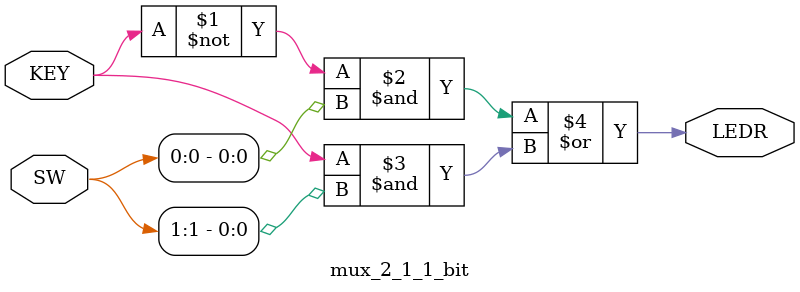
<source format=v>
module mux_2_1_1_bit (
	input [1:0] SW, input [0:0] KEY,
	output [0:0] LEDR);
	assign LEDR[0] = (~KEY[0] & SW[0]) | (KEY[0] & SW[1]);
endmodule
</source>
